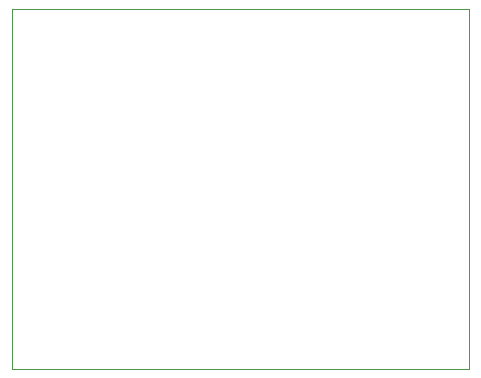
<source format=gm1>
G04 #@! TF.GenerationSoftware,KiCad,Pcbnew,(5.1.2)-1*
G04 #@! TF.CreationDate,2019-05-12T20:46:33-04:00*
G04 #@! TF.ProjectId,Demo2,44656d6f-322e-46b6-9963-61645f706362,rev?*
G04 #@! TF.SameCoordinates,PX80fd3d8PY55fe290*
G04 #@! TF.FileFunction,Profile,NP*
%FSLAX46Y46*%
G04 Gerber Fmt 4.6, Leading zero omitted, Abs format (unit mm)*
G04 Created by KiCad (PCBNEW (5.1.2)-1) date 2019-05-12 20:46:33*
%MOMM*%
%LPD*%
G04 APERTURE LIST*
%ADD10C,0.050000*%
G04 APERTURE END LIST*
D10*
X0Y0D02*
X0Y30480000D01*
X38735000Y0D02*
X0Y0D01*
X38735000Y30480000D02*
X38735000Y0D01*
X0Y30480000D02*
X38735000Y30480000D01*
M02*

</source>
